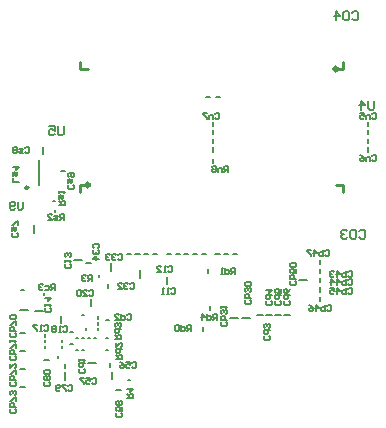
<source format=gbo>
G04 Layer_Color=32896*
%FSLAX25Y25*%
%MOIN*%
G70*
G01*
G75*
%ADD44C,0.00600*%
%ADD46C,0.00800*%
%ADD49C,0.01000*%
%ADD75C,0.00984*%
%ADD77C,0.00500*%
%ADD78C,0.01575*%
D44*
X-37179Y-42500D02*
X-34600D01*
X-46200Y-29200D02*
Y-26621D01*
X-19800Y-13980D02*
Y-11400D01*
X-10900Y-16180D02*
Y-13600D01*
X-41900Y-8200D02*
X-39320D01*
X-54879Y-25100D02*
X-52300D01*
X-29500Y-11680D02*
Y-9100D01*
X10200Y-27500D02*
X12779D01*
X14200D02*
X16780D01*
X-29300Y-47800D02*
Y-45221D01*
X-59780Y-24700D02*
X-57200D01*
X-45000Y-48079D02*
Y-45500D01*
X33300Y-14700D02*
X35879D01*
X-55159Y963D02*
Y3542D01*
X-52200Y27200D02*
Y29779D01*
X-36200Y-23500D02*
Y-20921D01*
D46*
X-53459Y16863D02*
Y25363D01*
X58300Y45099D02*
Y42600D01*
X57800Y42100D01*
X56801D01*
X56301Y42600D01*
Y45099D01*
X53801Y42100D02*
Y45099D01*
X55301Y43600D01*
X53302D01*
X-45300Y36599D02*
Y34100D01*
X-45800Y33600D01*
X-46799D01*
X-47299Y34100D01*
Y36599D01*
X-50298D02*
X-48299D01*
Y35100D01*
X-49299Y35599D01*
X-49799D01*
X-50298Y35100D01*
Y34100D01*
X-49799Y33600D01*
X-48799D01*
X-48299Y34100D01*
X50901Y74399D02*
X51401Y74899D01*
X52400D01*
X52900Y74399D01*
Y72400D01*
X52400Y71900D01*
X51401D01*
X50901Y72400D01*
X48401Y74899D02*
X49401D01*
X49901Y74399D01*
Y72400D01*
X49401Y71900D01*
X48401D01*
X47902Y72400D01*
Y74399D01*
X48401Y74899D01*
X45402Y71900D02*
Y74899D01*
X46902Y73400D01*
X44903D01*
X53301Y1499D02*
X53800Y1999D01*
X54800D01*
X55300Y1499D01*
Y-500D01*
X54800Y-1000D01*
X53800D01*
X53301Y-500D01*
X50801Y1999D02*
X51801D01*
X52301Y1499D01*
Y-500D01*
X51801Y-1000D01*
X50801D01*
X50302Y-500D01*
Y1499D01*
X50801Y1999D01*
X49302Y1499D02*
X48802Y1999D01*
X47802D01*
X47303Y1499D01*
Y999D01*
X47802Y500D01*
X48302D01*
X47802D01*
X47303Y-0D01*
Y-500D01*
X47802Y-1000D01*
X48802D01*
X49302Y-500D01*
D49*
X-39701Y14618D02*
Y16980D01*
X-37339D01*
X47701Y14618D02*
Y16980D01*
X45339D02*
X47701D01*
Y55620D02*
Y57982D01*
X45339Y55620D02*
X47701D01*
X-39701D02*
Y57982D01*
Y55620D02*
X-37339D01*
D75*
X-57029Y16062D02*
G03*
X-57029Y16062I-492J0D01*
G01*
D77*
X5508Y46293D02*
X6886D01*
X4400Y36611D02*
Y37989D01*
X4393Y33814D02*
Y35192D01*
Y30915D02*
Y32293D01*
X4400Y28111D02*
Y29489D01*
X56200Y28111D02*
Y29489D01*
X56193Y30915D02*
Y32293D01*
X56200Y36611D02*
Y37989D01*
X56193Y33814D02*
Y35192D01*
X2214Y46307D02*
X3593D01*
X1207Y-31692D02*
Y-30314D01*
X2907Y-12493D02*
Y-11114D01*
X3507Y-24692D02*
Y-23314D01*
X-59689Y-50500D02*
X-58311D01*
X-59689Y-44500D02*
X-58311D01*
X-59689Y-38500D02*
X-58311D01*
X-59689Y-32500D02*
X-58311D01*
X40100Y-21689D02*
Y-20311D01*
Y-18589D02*
Y-17211D01*
Y-15489D02*
Y-14111D01*
Y-12389D02*
Y-11011D01*
X11111Y-6100D02*
X12489D01*
X-21389D02*
X-20011D01*
X-30600Y-17389D02*
Y-16011D01*
X-37689Y-9100D02*
X-36311D01*
X-30000Y-43789D02*
Y-42411D01*
X-27689Y-51400D02*
X-26311D01*
X-45000Y-44189D02*
Y-42811D01*
X-51689Y-41500D02*
X-50311D01*
X8211Y-6100D02*
X9589D01*
X40100Y-9289D02*
Y-7911D01*
X5311Y-6100D02*
X6689D01*
X-46289Y21600D02*
X-44911D01*
X-18489Y-6100D02*
X-17111D01*
X-15589D02*
X-14211D01*
X-10889D02*
X-9511D01*
X-7989D02*
X-6611D01*
X-5089D02*
X-3711D01*
X-2089D02*
X-711D01*
X811D02*
X2189D01*
X-24289D02*
X-22911D01*
X-59394Y-18000D02*
X-58606D01*
X-31094Y-28100D02*
X-30306D01*
X-33700Y-27594D02*
Y-26806D01*
X-51600Y-33594D02*
Y-32806D01*
X-33800Y-31494D02*
Y-30706D01*
X-43094Y-32100D02*
X-42306D01*
X-37800Y-31494D02*
Y-30706D01*
X-39194Y-38200D02*
X-38406D01*
X-41194D02*
X-40406D01*
X-45800Y-37394D02*
Y-36606D01*
Y-35494D02*
Y-34706D01*
X-41194Y-34100D02*
X-40406D01*
X-39194D02*
X-38406D01*
X-37194D02*
X-36406D01*
X-35194D02*
X-34406D01*
X-51600Y-35494D02*
Y-34706D01*
Y-37394D02*
Y-36606D01*
X-33700Y-29594D02*
Y-28806D01*
X-43094Y-36200D02*
X-42306D01*
X-31107Y-34100D02*
X-30493D01*
X-31107Y-38200D02*
X-30493D01*
X-33500Y-13807D02*
Y-13193D01*
X-23707Y-48000D02*
X-23093D01*
X-47300Y-40807D02*
Y-40193D01*
X-39107Y-26400D02*
X-38493D01*
X-51800Y-19607D02*
Y-18993D01*
X-48807Y11500D02*
X-48193D01*
X-48200Y7993D02*
Y8607D01*
X19214Y-26300D02*
X20986D01*
X28214D02*
X29986D01*
X25214D02*
X26986D01*
X22214D02*
X23986D01*
X4607Y24207D02*
Y25585D01*
X-36733Y-18334D02*
X-36400Y-18001D01*
X-35733D01*
X-35400Y-18334D01*
Y-19667D01*
X-35733Y-20000D01*
X-36400D01*
X-36733Y-19667D01*
X-38732Y-20000D02*
X-37399D01*
X-38732Y-18667D01*
Y-18334D01*
X-38399Y-18001D01*
X-37733D01*
X-37399Y-18334D01*
X-39399D02*
X-39732Y-18001D01*
X-40398D01*
X-40732Y-18334D01*
Y-19667D01*
X-40398Y-20000D01*
X-39732D01*
X-39399Y-19667D01*
Y-18334D01*
X29766Y-21667D02*
X30099Y-22000D01*
Y-22667D01*
X29766Y-23000D01*
X28433D01*
X28100Y-22667D01*
Y-22000D01*
X28433Y-21667D01*
X30099Y-19668D02*
X28100D01*
Y-20667D01*
X28433Y-21001D01*
X29100D01*
X29433Y-20667D01*
Y-19668D01*
X30099Y-17668D02*
X29766Y-18335D01*
X29100Y-19001D01*
X28433D01*
X28100Y-18668D01*
Y-18002D01*
X28433Y-17668D01*
X28766D01*
X29100Y-18002D01*
Y-19001D01*
X26766Y-21667D02*
X27099Y-22000D01*
Y-22667D01*
X26766Y-23000D01*
X25433D01*
X25100Y-22667D01*
Y-22000D01*
X25433Y-21667D01*
X27099Y-19668D02*
X25100D01*
Y-20667D01*
X25433Y-21001D01*
X26100D01*
X26433Y-20667D01*
Y-19668D01*
X27099Y-17668D02*
Y-19001D01*
X26100D01*
X26433Y-18335D01*
Y-18002D01*
X26100Y-17668D01*
X25433D01*
X25100Y-18002D01*
Y-18668D01*
X25433Y-19001D01*
X23666Y-21667D02*
X23999Y-22000D01*
Y-22667D01*
X23666Y-23000D01*
X22333D01*
X22000Y-22667D01*
Y-22000D01*
X22333Y-21667D01*
X23999Y-19668D02*
X22000D01*
Y-20667D01*
X22333Y-21001D01*
X23000D01*
X23333Y-20667D01*
Y-19668D01*
X22000Y-18002D02*
X23999D01*
X23000Y-19001D01*
Y-17668D01*
X23166Y-33367D02*
X23499Y-33700D01*
Y-34367D01*
X23166Y-34700D01*
X21833D01*
X21500Y-34367D01*
Y-33700D01*
X21833Y-33367D01*
X23499Y-31368D02*
X21500D01*
Y-32367D01*
X21833Y-32701D01*
X22500D01*
X22833Y-32367D01*
Y-31368D01*
X23166Y-30701D02*
X23499Y-30368D01*
Y-29702D01*
X23166Y-29368D01*
X22833D01*
X22500Y-29702D01*
Y-30035D01*
Y-29702D01*
X22166Y-29368D01*
X21833D01*
X21500Y-29702D01*
Y-30368D01*
X21833Y-30701D01*
X-59000Y11199D02*
Y9116D01*
X-59417Y8700D01*
X-60250D01*
X-60666Y9116D01*
Y11199D01*
X-61499Y9116D02*
X-61916Y8700D01*
X-62749D01*
X-63165Y9116D01*
Y10783D01*
X-62749Y11199D01*
X-61916D01*
X-61499Y10783D01*
Y10366D01*
X-61916Y9950D01*
X-63165D01*
X-45100Y5200D02*
Y7199D01*
X-46100D01*
X-46433Y6866D01*
Y6200D01*
X-46100Y5866D01*
X-45100D01*
X-45766D02*
X-46433Y5200D01*
X-47099D02*
X-48099D01*
X-48432Y5533D01*
X-48099Y5866D01*
X-47433D01*
X-47099Y6200D01*
X-47433Y6533D01*
X-48432D01*
X-50432Y5200D02*
X-49099D01*
X-50432Y6533D01*
Y6866D01*
X-50098Y7199D01*
X-49432D01*
X-49099Y6866D01*
X-47000Y10219D02*
X-45001D01*
Y11219D01*
X-45334Y11552D01*
X-46000D01*
X-46334Y11219D01*
Y10219D01*
Y10885D02*
X-47000Y11552D01*
Y12218D02*
Y13218D01*
X-46667Y13551D01*
X-46334Y13218D01*
Y12551D01*
X-46000Y12218D01*
X-45667Y12551D01*
Y13551D01*
X-47000Y14218D02*
Y14884D01*
Y14551D01*
X-45001D01*
X-45334Y14218D01*
X-48200Y-18100D02*
Y-16101D01*
X-49200D01*
X-49533Y-16434D01*
Y-17100D01*
X-49200Y-17434D01*
X-48200D01*
X-48866D02*
X-49533Y-18100D01*
X-51532Y-16767D02*
X-50533D01*
X-50199Y-17100D01*
Y-17767D01*
X-50533Y-18100D01*
X-51532D01*
X-52199Y-16434D02*
X-52532Y-16101D01*
X-53198D01*
X-53532Y-16434D01*
Y-16767D01*
X-53198Y-17100D01*
X-52865D01*
X-53198D01*
X-53532Y-17434D01*
Y-17767D01*
X-53198Y-18100D01*
X-52532D01*
X-52199Y-17767D01*
X-60301Y18100D02*
X-62300D01*
Y19433D01*
Y20099D02*
Y21099D01*
X-61967Y21432D01*
X-61634Y21099D01*
Y20433D01*
X-61300Y20099D01*
X-60967Y20433D01*
Y21432D01*
X-62300Y23098D02*
X-60301D01*
X-61300Y22099D01*
Y23432D01*
X-42134Y17033D02*
X-41801Y16700D01*
Y16033D01*
X-42134Y15700D01*
X-43467D01*
X-43800Y16033D01*
Y16700D01*
X-43467Y17033D01*
X-43800Y17699D02*
Y18699D01*
X-43467Y19032D01*
X-43134Y18699D01*
Y18033D01*
X-42800Y17699D01*
X-42467Y18033D01*
Y19032D01*
X-43467Y19699D02*
X-43800Y20032D01*
Y20698D01*
X-43467Y21032D01*
X-42134D01*
X-41801Y20698D01*
Y20032D01*
X-42134Y19699D01*
X-42467D01*
X-42800Y20032D01*
Y21032D01*
X-58333Y29366D02*
X-58000Y29699D01*
X-57333D01*
X-57000Y29366D01*
Y28033D01*
X-57333Y27700D01*
X-58000D01*
X-58333Y28033D01*
X-58999Y27700D02*
X-59999D01*
X-60332Y28033D01*
X-59999Y28366D01*
X-59333D01*
X-58999Y28700D01*
X-59333Y29033D01*
X-60332D01*
X-60999Y29366D02*
X-61332Y29699D01*
X-61998D01*
X-62332Y29366D01*
Y29033D01*
X-61998Y28700D01*
X-62332Y28366D01*
Y28033D01*
X-61998Y27700D01*
X-61332D01*
X-60999Y28033D01*
Y28366D01*
X-61332Y28700D01*
X-60999Y29033D01*
Y29366D01*
X-61332Y28700D02*
X-61998D01*
X-60734Y833D02*
X-60401Y500D01*
Y-167D01*
X-60734Y-500D01*
X-62067D01*
X-62400Y-167D01*
Y500D01*
X-62067Y833D01*
X-62400Y1499D02*
Y2499D01*
X-62067Y2832D01*
X-61734Y2499D01*
Y1833D01*
X-61400Y1499D01*
X-61067Y1833D01*
Y2832D01*
X-60401Y3499D02*
Y4832D01*
X-60734D01*
X-62067Y3499D01*
X-62400D01*
X5267Y40666D02*
X5600Y40999D01*
X6267D01*
X6600Y40666D01*
Y39333D01*
X6267Y39000D01*
X5600D01*
X5267Y39333D01*
X4601Y39000D02*
Y40333D01*
X3601D01*
X3268Y40000D01*
Y39000D01*
X2601Y40999D02*
X1268D01*
Y40666D01*
X2601Y39333D01*
Y39000D01*
X57567Y26766D02*
X57900Y27099D01*
X58567D01*
X58900Y26766D01*
Y25433D01*
X58567Y25100D01*
X57900D01*
X57567Y25433D01*
X56901Y25100D02*
Y26433D01*
X55901D01*
X55568Y26100D01*
Y25100D01*
X53568Y27099D02*
X54235Y26766D01*
X54901Y26100D01*
Y25433D01*
X54568Y25100D01*
X53902D01*
X53568Y25433D01*
Y25766D01*
X53902Y26100D01*
X54901D01*
X57567Y40566D02*
X57900Y40899D01*
X58567D01*
X58900Y40566D01*
Y39233D01*
X58567Y38900D01*
X57900D01*
X57567Y39233D01*
X56901Y38900D02*
Y40233D01*
X55901D01*
X55568Y39900D01*
Y38900D01*
X53568Y40899D02*
X54901D01*
Y39900D01*
X54235Y40233D01*
X53902D01*
X53568Y39900D01*
Y39233D01*
X53902Y38900D01*
X54568D01*
X54901Y39233D01*
X5800Y-28100D02*
Y-26101D01*
X4800D01*
X4467Y-26434D01*
Y-27100D01*
X4800Y-27434D01*
X5800D01*
X5134D02*
X4467Y-28100D01*
X2468Y-26101D02*
Y-28100D01*
X3467D01*
X3801Y-27767D01*
Y-27100D01*
X3467Y-26767D01*
X2468D01*
X802Y-28100D02*
Y-26101D01*
X1801Y-27100D01*
X468D01*
X11800Y-12700D02*
Y-10701D01*
X10800D01*
X10467Y-11034D01*
Y-11700D01*
X10800Y-12033D01*
X11800D01*
X11134D02*
X10467Y-12700D01*
X8468Y-10701D02*
Y-12700D01*
X9467D01*
X9801Y-12367D01*
Y-11700D01*
X9467Y-11367D01*
X8468D01*
X7801Y-12700D02*
X7135D01*
X7468D01*
Y-10701D01*
X7801Y-11034D01*
X-3000Y-31700D02*
Y-29701D01*
X-4000D01*
X-4333Y-30034D01*
Y-30700D01*
X-4000Y-31034D01*
X-3000D01*
X-3666D02*
X-4333Y-31700D01*
X-6332Y-29701D02*
Y-31700D01*
X-5333D01*
X-4999Y-31367D01*
Y-30700D01*
X-5333Y-30367D01*
X-6332D01*
X-6999Y-30034D02*
X-7332Y-29701D01*
X-7998D01*
X-8332Y-30034D01*
Y-31367D01*
X-7998Y-31700D01*
X-7332D01*
X-6999Y-31367D01*
Y-30034D01*
X-24300Y-54200D02*
X-22301D01*
Y-53200D01*
X-22634Y-52867D01*
X-23300D01*
X-23633Y-53200D01*
Y-54200D01*
Y-53534D02*
X-24300Y-52867D01*
Y-51201D02*
X-22301D01*
X-23300Y-52201D01*
Y-50868D01*
X-35900Y-14900D02*
Y-12901D01*
X-36900D01*
X-37233Y-13234D01*
Y-13900D01*
X-36900Y-14233D01*
X-35900D01*
X-36566D02*
X-37233Y-14900D01*
X-37899Y-13234D02*
X-38233Y-12901D01*
X-38899D01*
X-39232Y-13234D01*
Y-13567D01*
X-38899Y-13900D01*
X-38566D01*
X-38899D01*
X-39232Y-14233D01*
Y-14567D01*
X-38899Y-14900D01*
X-38233D01*
X-37899Y-14567D01*
X31766Y-14967D02*
X32099Y-15300D01*
Y-15967D01*
X31766Y-16300D01*
X30433D01*
X30100Y-15967D01*
Y-15300D01*
X30433Y-14967D01*
X32099Y-14301D02*
X30100D01*
Y-13301D01*
X30433Y-12968D01*
X30766D01*
X31100D01*
X31433Y-13301D01*
Y-14301D01*
X32099Y-10968D02*
Y-12301D01*
X31100D01*
X31433Y-11635D01*
Y-11302D01*
X31100Y-10968D01*
X30433D01*
X30100Y-11302D01*
Y-11968D01*
X30433Y-12301D01*
X31766Y-10302D02*
X32099Y-9969D01*
Y-9302D01*
X31766Y-8969D01*
X30433D01*
X30100Y-9302D01*
Y-9969D01*
X30433Y-10302D01*
X31766D01*
X41867Y-5134D02*
X42200Y-4801D01*
X42867D01*
X43200Y-5134D01*
Y-6467D01*
X42867Y-6800D01*
X42200D01*
X41867Y-6467D01*
X41201Y-4801D02*
Y-6800D01*
X40201D01*
X39868Y-6467D01*
Y-6134D01*
Y-5800D01*
X40201Y-5467D01*
X41201D01*
X38202Y-6800D02*
Y-4801D01*
X39201Y-5800D01*
X37868D01*
X37202Y-4801D02*
X35869D01*
Y-5134D01*
X37202Y-6467D01*
Y-6800D01*
X-50234Y-48867D02*
X-49901Y-49200D01*
Y-49867D01*
X-50234Y-50200D01*
X-51567D01*
X-51900Y-49867D01*
Y-49200D01*
X-51567Y-48867D01*
X-50234Y-48201D02*
X-49901Y-47867D01*
Y-47201D01*
X-50234Y-46868D01*
X-50567D01*
X-50900Y-47201D01*
X-51234Y-46868D01*
X-51567D01*
X-51900Y-47201D01*
Y-47867D01*
X-51567Y-48201D01*
X-51234D01*
X-50900Y-47867D01*
X-50567Y-48201D01*
X-50234D01*
X-50900Y-47867D02*
Y-47201D01*
X-50234Y-46201D02*
X-49901Y-45868D01*
Y-45202D01*
X-50234Y-44868D01*
X-51567D01*
X-51900Y-45202D01*
Y-45868D01*
X-51567Y-46201D01*
X-50234D01*
X-43933Y-49934D02*
X-43600Y-49601D01*
X-42933D01*
X-42600Y-49934D01*
Y-51267D01*
X-42933Y-51600D01*
X-43600D01*
X-43933Y-51267D01*
X-44599Y-49601D02*
X-45932D01*
Y-49934D01*
X-44599Y-51267D01*
Y-51600D01*
X-46599Y-51267D02*
X-46932Y-51600D01*
X-47598D01*
X-47932Y-51267D01*
Y-49934D01*
X-47598Y-49601D01*
X-46932D01*
X-46599Y-49934D01*
Y-50267D01*
X-46932Y-50600D01*
X-47932D01*
X-26334Y-59067D02*
X-26001Y-59400D01*
Y-60067D01*
X-26334Y-60400D01*
X-27667D01*
X-28000Y-60067D01*
Y-59400D01*
X-27667Y-59067D01*
X-26001Y-57068D02*
Y-58401D01*
X-27000D01*
X-26667Y-57734D01*
Y-57401D01*
X-27000Y-57068D01*
X-27667D01*
X-28000Y-57401D01*
Y-58067D01*
X-27667Y-58401D01*
X-26334Y-56401D02*
X-26001Y-56068D01*
Y-55402D01*
X-26334Y-55068D01*
X-26667D01*
X-27000Y-55402D01*
X-27334Y-55068D01*
X-27667D01*
X-28000Y-55402D01*
Y-56068D01*
X-27667Y-56401D01*
X-27334D01*
X-27000Y-56068D01*
X-26667Y-56401D01*
X-26334D01*
X-27000Y-56068D02*
Y-55402D01*
X-35733Y-47734D02*
X-35400Y-47401D01*
X-34733D01*
X-34400Y-47734D01*
Y-49067D01*
X-34733Y-49400D01*
X-35400D01*
X-35733Y-49067D01*
X-37732Y-47401D02*
X-36399D01*
Y-48400D01*
X-37066Y-48067D01*
X-37399D01*
X-37732Y-48400D01*
Y-49067D01*
X-37399Y-49400D01*
X-36733D01*
X-36399Y-49067D01*
X-38399Y-47401D02*
X-39732D01*
Y-47734D01*
X-38399Y-49067D01*
Y-49400D01*
X-22533Y-42534D02*
X-22200Y-42201D01*
X-21533D01*
X-21200Y-42534D01*
Y-43867D01*
X-21533Y-44200D01*
X-22200D01*
X-22533Y-43867D01*
X-24532Y-42201D02*
X-23199D01*
Y-43200D01*
X-23866Y-42867D01*
X-24199D01*
X-24532Y-43200D01*
Y-43867D01*
X-24199Y-44200D01*
X-23533D01*
X-23199Y-43867D01*
X-26532Y-42201D02*
X-25865Y-42534D01*
X-25199Y-43200D01*
Y-43867D01*
X-25532Y-44200D01*
X-26198D01*
X-26532Y-43867D01*
Y-43534D01*
X-26198Y-43200D01*
X-25199D01*
X16766Y-21267D02*
X17099Y-21600D01*
Y-22267D01*
X16766Y-22600D01*
X15433D01*
X15100Y-22267D01*
Y-21600D01*
X15433Y-21267D01*
X17099Y-20601D02*
X15100D01*
Y-19601D01*
X15433Y-19268D01*
X15766D01*
X16100D01*
X16433Y-19601D01*
Y-20601D01*
X16766Y-18601D02*
X17099Y-18268D01*
Y-17602D01*
X16766Y-17268D01*
X16433D01*
X16100Y-17602D01*
Y-17935D01*
Y-17602D01*
X15766Y-17268D01*
X15433D01*
X15100Y-17602D01*
Y-18268D01*
X15433Y-18601D01*
X16766Y-16602D02*
X17099Y-16269D01*
Y-15602D01*
X16766Y-15269D01*
X15433D01*
X15100Y-15602D01*
Y-16269D01*
X15433Y-16602D01*
X16766D01*
X8966Y-28567D02*
X9299Y-28900D01*
Y-29567D01*
X8966Y-29900D01*
X7633D01*
X7300Y-29567D01*
Y-28900D01*
X7633Y-28567D01*
X9299Y-27901D02*
X7300D01*
Y-26901D01*
X7633Y-26568D01*
X7966D01*
X8300D01*
X8633Y-26901D01*
Y-27901D01*
X8966Y-25901D02*
X9299Y-25568D01*
Y-24902D01*
X8966Y-24568D01*
X8633D01*
X8300Y-24902D01*
Y-25235D01*
Y-24902D01*
X7966Y-24568D01*
X7633D01*
X7300Y-24902D01*
Y-25568D01*
X7633Y-25901D01*
X7300Y-23902D02*
Y-23235D01*
Y-23569D01*
X9299D01*
X8966Y-23902D01*
X-35066Y-4133D02*
X-35399Y-3800D01*
Y-3133D01*
X-35066Y-2800D01*
X-33733D01*
X-33400Y-3133D01*
Y-3800D01*
X-33733Y-4133D01*
X-35066Y-4799D02*
X-35399Y-5133D01*
Y-5799D01*
X-35066Y-6132D01*
X-34733D01*
X-34400Y-5799D01*
Y-5466D01*
Y-5799D01*
X-34066Y-6132D01*
X-33733D01*
X-33400Y-5799D01*
Y-5133D01*
X-33733Y-4799D01*
X-33400Y-7798D02*
X-35399D01*
X-34400Y-6799D01*
Y-8132D01*
X-27233Y-6534D02*
X-26900Y-6201D01*
X-26233D01*
X-25900Y-6534D01*
Y-7867D01*
X-26233Y-8200D01*
X-26900D01*
X-27233Y-7867D01*
X-27899Y-6534D02*
X-28233Y-6201D01*
X-28899D01*
X-29232Y-6534D01*
Y-6867D01*
X-28899Y-7200D01*
X-28566D01*
X-28899D01*
X-29232Y-7534D01*
Y-7867D01*
X-28899Y-8200D01*
X-28233D01*
X-27899Y-7867D01*
X-29899Y-6534D02*
X-30232Y-6201D01*
X-30898D01*
X-31232Y-6534D01*
Y-6867D01*
X-30898Y-7200D01*
X-30565D01*
X-30898D01*
X-31232Y-7534D01*
Y-7867D01*
X-30898Y-8200D01*
X-30232D01*
X-29899Y-7867D01*
X-23133Y-16034D02*
X-22800Y-15701D01*
X-22133D01*
X-21800Y-16034D01*
Y-17367D01*
X-22133Y-17700D01*
X-22800D01*
X-23133Y-17367D01*
X-23799Y-16034D02*
X-24133Y-15701D01*
X-24799D01*
X-25132Y-16034D01*
Y-16367D01*
X-24799Y-16700D01*
X-24466D01*
X-24799D01*
X-25132Y-17033D01*
Y-17367D01*
X-24799Y-17700D01*
X-24133D01*
X-23799Y-17367D01*
X-27132Y-17700D02*
X-25799D01*
X-27132Y-16367D01*
Y-16034D01*
X-26798Y-15701D01*
X-26132D01*
X-25799Y-16034D01*
X-49734Y-23967D02*
X-49401Y-24300D01*
Y-24967D01*
X-49734Y-25300D01*
X-51067D01*
X-51400Y-24967D01*
Y-24300D01*
X-51067Y-23967D01*
X-51400Y-23301D02*
Y-22634D01*
Y-22967D01*
X-49401D01*
X-49734Y-23301D01*
X-51400Y-20635D02*
X-49401D01*
X-50400Y-21634D01*
Y-20302D01*
X-43234Y-9467D02*
X-42901Y-9800D01*
Y-10467D01*
X-43234Y-10800D01*
X-44567D01*
X-44900Y-10467D01*
Y-9800D01*
X-44567Y-9467D01*
X-44900Y-8801D02*
Y-8134D01*
Y-8467D01*
X-42901D01*
X-43234Y-8801D01*
Y-7135D02*
X-42901Y-6801D01*
Y-6135D01*
X-43234Y-5802D01*
X-43567D01*
X-43900Y-6135D01*
Y-6468D01*
Y-6135D01*
X-44234Y-5802D01*
X-44567D01*
X-44900Y-6135D01*
Y-6801D01*
X-44567Y-7135D01*
X-9533Y-17634D02*
X-9200Y-17301D01*
X-8533D01*
X-8200Y-17634D01*
Y-18967D01*
X-8533Y-19300D01*
X-9200D01*
X-9533Y-18967D01*
X-10199Y-19300D02*
X-10866D01*
X-10533D01*
Y-17301D01*
X-10199Y-17634D01*
X-11866Y-19300D02*
X-12532D01*
X-12199D01*
Y-17301D01*
X-11866Y-17634D01*
X-10433Y-10234D02*
X-10100Y-9901D01*
X-9433D01*
X-9100Y-10234D01*
Y-11567D01*
X-9433Y-11900D01*
X-10100D01*
X-10433Y-11567D01*
X-11099Y-11900D02*
X-11766D01*
X-11433D01*
Y-9901D01*
X-11099Y-10234D01*
X-14098Y-11900D02*
X-12765D01*
X-14098Y-10567D01*
Y-10234D01*
X-13765Y-9901D01*
X-13099D01*
X-12765Y-10234D01*
X-45533Y-30534D02*
X-45200Y-30201D01*
X-44533D01*
X-44200Y-30534D01*
Y-31867D01*
X-44533Y-32200D01*
X-45200D01*
X-45533Y-31867D01*
X-46199Y-32200D02*
X-46866D01*
X-46533D01*
Y-30201D01*
X-46199Y-30534D01*
X-47866D02*
X-48199Y-30201D01*
X-48865D01*
X-49198Y-30534D01*
Y-30867D01*
X-48865Y-31200D01*
X-49198Y-31534D01*
Y-31867D01*
X-48865Y-32200D01*
X-48199D01*
X-47866Y-31867D01*
Y-31534D01*
X-48199Y-31200D01*
X-47866Y-30867D01*
Y-30534D01*
X-48199Y-31200D02*
X-48865D01*
X-51933Y-30134D02*
X-51600Y-29801D01*
X-50933D01*
X-50600Y-30134D01*
Y-31467D01*
X-50933Y-31800D01*
X-51600D01*
X-51933Y-31467D01*
X-52599Y-31800D02*
X-53266D01*
X-52933D01*
Y-29801D01*
X-52599Y-30134D01*
X-54265Y-29801D02*
X-55598D01*
Y-30134D01*
X-54265Y-31467D01*
Y-31800D01*
X-38534Y-44367D02*
X-38201Y-44700D01*
Y-45367D01*
X-38534Y-45700D01*
X-39867D01*
X-40200Y-45367D01*
Y-44700D01*
X-39867Y-44367D01*
X-38201Y-42368D02*
X-40200D01*
Y-43367D01*
X-39867Y-43701D01*
X-39200D01*
X-38867Y-43367D01*
Y-42368D01*
X-40200Y-41701D02*
Y-41035D01*
Y-41368D01*
X-38201D01*
X-38534Y-41701D01*
X-24333Y-26434D02*
X-24000Y-26101D01*
X-23333D01*
X-23000Y-26434D01*
Y-27767D01*
X-23333Y-28100D01*
X-24000D01*
X-24333Y-27767D01*
X-26332Y-26101D02*
Y-28100D01*
X-25333D01*
X-24999Y-27767D01*
Y-27100D01*
X-25333Y-26767D01*
X-26332D01*
X-28332Y-28100D02*
X-26999D01*
X-28332Y-26767D01*
Y-26434D01*
X-27998Y-26101D01*
X-27332D01*
X-26999Y-26434D01*
X-27900Y-41200D02*
X-25901D01*
Y-40200D01*
X-26234Y-39867D01*
X-26900D01*
X-27234Y-40200D01*
Y-41200D01*
Y-40534D02*
X-27900Y-39867D01*
X-25901Y-37868D02*
X-27900D01*
Y-38867D01*
X-27567Y-39201D01*
X-26900D01*
X-26567Y-38867D01*
Y-37868D01*
X-27900Y-35868D02*
Y-37201D01*
X-26567Y-35868D01*
X-26234D01*
X-25901Y-36202D01*
Y-36868D01*
X-26234Y-37201D01*
X-28157Y-34400D02*
X-26158D01*
Y-33400D01*
X-26491Y-33067D01*
X-27158D01*
X-27491Y-33400D01*
Y-34400D01*
Y-33734D02*
X-28157Y-33067D01*
X-26158Y-31068D02*
X-28157D01*
Y-32067D01*
X-27824Y-32401D01*
X-27158D01*
X-26825Y-32067D01*
Y-31068D01*
X-26491Y-30401D02*
X-26158Y-30068D01*
Y-29402D01*
X-26491Y-29068D01*
X-26825D01*
X-27158Y-29402D01*
Y-29735D01*
Y-29402D01*
X-27491Y-29068D01*
X-27824D01*
X-28157Y-29402D01*
Y-30068D01*
X-27824Y-30401D01*
X49567Y-11934D02*
X49900Y-11601D01*
X50567D01*
X50900Y-11934D01*
Y-13267D01*
X50567Y-13600D01*
X49900D01*
X49567Y-13267D01*
X48901Y-11601D02*
Y-13600D01*
X47901D01*
X47568Y-13267D01*
Y-12934D01*
Y-12600D01*
X47901Y-12267D01*
X48901D01*
X45902Y-13600D02*
Y-11601D01*
X46901Y-12600D01*
X45568D01*
X44902Y-11934D02*
X44569Y-11601D01*
X43902D01*
X43569Y-11934D01*
Y-12267D01*
X43902Y-12600D01*
X44236D01*
X43902D01*
X43569Y-12934D01*
Y-13267D01*
X43902Y-13600D01*
X44569D01*
X44902Y-13267D01*
X49567Y-14834D02*
X49900Y-14501D01*
X50567D01*
X50900Y-14834D01*
Y-16167D01*
X50567Y-16500D01*
X49900D01*
X49567Y-16167D01*
X48901Y-14501D02*
Y-16500D01*
X47901D01*
X47568Y-16167D01*
Y-15834D01*
Y-15500D01*
X47901Y-15167D01*
X48901D01*
X45902Y-16500D02*
Y-14501D01*
X46901Y-15500D01*
X45568D01*
X43902Y-16500D02*
Y-14501D01*
X44902Y-15500D01*
X43569D01*
X49567Y-17734D02*
X49900Y-17401D01*
X50567D01*
X50900Y-17734D01*
Y-19067D01*
X50567Y-19400D01*
X49900D01*
X49567Y-19067D01*
X48901Y-17401D02*
Y-19400D01*
X47901D01*
X47568Y-19067D01*
Y-18733D01*
Y-18400D01*
X47901Y-18067D01*
X48901D01*
X45902Y-19400D02*
Y-17401D01*
X46901Y-18400D01*
X45568D01*
X43569Y-17401D02*
X44902D01*
Y-18400D01*
X44236Y-18067D01*
X43902D01*
X43569Y-18400D01*
Y-19067D01*
X43902Y-19400D01*
X44569D01*
X44902Y-19067D01*
X42567Y-23234D02*
X42900Y-22901D01*
X43567D01*
X43900Y-23234D01*
Y-24567D01*
X43567Y-24900D01*
X42900D01*
X42567Y-24567D01*
X41901Y-22901D02*
Y-24900D01*
X40901D01*
X40568Y-24567D01*
Y-24234D01*
Y-23900D01*
X40901Y-23567D01*
X41901D01*
X38902Y-24900D02*
Y-22901D01*
X39901Y-23900D01*
X38568D01*
X36569Y-22901D02*
X37236Y-23234D01*
X37902Y-23900D01*
Y-24567D01*
X37569Y-24900D01*
X36902D01*
X36569Y-24567D01*
Y-24234D01*
X36902Y-23900D01*
X37902D01*
X-61534Y-32267D02*
X-61201Y-32600D01*
Y-33267D01*
X-61534Y-33600D01*
X-62867D01*
X-63200Y-33267D01*
Y-32600D01*
X-62867Y-32267D01*
X-61201Y-31601D02*
X-63200D01*
Y-30601D01*
X-62867Y-30268D01*
X-62534D01*
X-62200D01*
X-61867Y-30601D01*
Y-31601D01*
X-61201Y-29601D02*
Y-28268D01*
X-61534D01*
X-62867Y-29601D01*
X-63200D01*
X-61534Y-27602D02*
X-61201Y-27269D01*
Y-26602D01*
X-61534Y-26269D01*
X-62867D01*
X-63200Y-26602D01*
Y-27269D01*
X-62867Y-27602D01*
X-61534D01*
Y-39967D02*
X-61201Y-40300D01*
Y-40967D01*
X-61534Y-41300D01*
X-62867D01*
X-63200Y-40967D01*
Y-40300D01*
X-62867Y-39967D01*
X-61201Y-39301D02*
X-63200D01*
Y-38301D01*
X-62867Y-37968D01*
X-62534D01*
X-62200D01*
X-61867Y-38301D01*
Y-39301D01*
X-61201Y-37301D02*
Y-35968D01*
X-61534D01*
X-62867Y-37301D01*
X-63200D01*
Y-35302D02*
Y-34635D01*
Y-34969D01*
X-61201D01*
X-61534Y-35302D01*
Y-48867D02*
X-61201Y-49200D01*
Y-49867D01*
X-61534Y-50200D01*
X-62867D01*
X-63200Y-49867D01*
Y-49200D01*
X-62867Y-48867D01*
X-61201Y-48201D02*
X-63200D01*
Y-47201D01*
X-62867Y-46868D01*
X-62534D01*
X-62200D01*
X-61867Y-47201D01*
Y-48201D01*
X-61201Y-46201D02*
Y-44868D01*
X-61534D01*
X-62867Y-46201D01*
X-63200D01*
Y-42869D02*
Y-44202D01*
X-61867Y-42869D01*
X-61534D01*
X-61201Y-43202D01*
Y-43869D01*
X-61534Y-44202D01*
Y-57667D02*
X-61201Y-58000D01*
Y-58667D01*
X-61534Y-59000D01*
X-62867D01*
X-63200Y-58667D01*
Y-58000D01*
X-62867Y-57667D01*
X-61201Y-57001D02*
X-63200D01*
Y-56001D01*
X-62867Y-55668D01*
X-62534D01*
X-62200D01*
X-61867Y-56001D01*
Y-57001D01*
X-61201Y-55001D02*
Y-53668D01*
X-61534D01*
X-62867Y-55001D01*
X-63200D01*
X-61534Y-53002D02*
X-61201Y-52669D01*
Y-52002D01*
X-61534Y-51669D01*
X-61867D01*
X-62200Y-52002D01*
Y-52336D01*
Y-52002D01*
X-62534Y-51669D01*
X-62867D01*
X-63200Y-52002D01*
Y-52669D01*
X-62867Y-53002D01*
X9500Y21300D02*
Y23299D01*
X8500D01*
X8167Y22966D01*
Y22300D01*
X8500Y21967D01*
X9500D01*
X8833D02*
X8167Y21300D01*
X7501D02*
Y22633D01*
X6501D01*
X6168Y22300D01*
Y21300D01*
X4168Y22966D02*
X4502Y23299D01*
X5168D01*
X5501Y22966D01*
Y21633D01*
X5168Y21300D01*
X4502D01*
X4168Y21633D01*
Y22300D01*
X4835D01*
D78*
X-36945Y16980D02*
G03*
X-36945Y16980I-394J0D01*
G01*
X45732Y55620D02*
G03*
X45732Y55620I-394J0D01*
G01*
M02*

</source>
